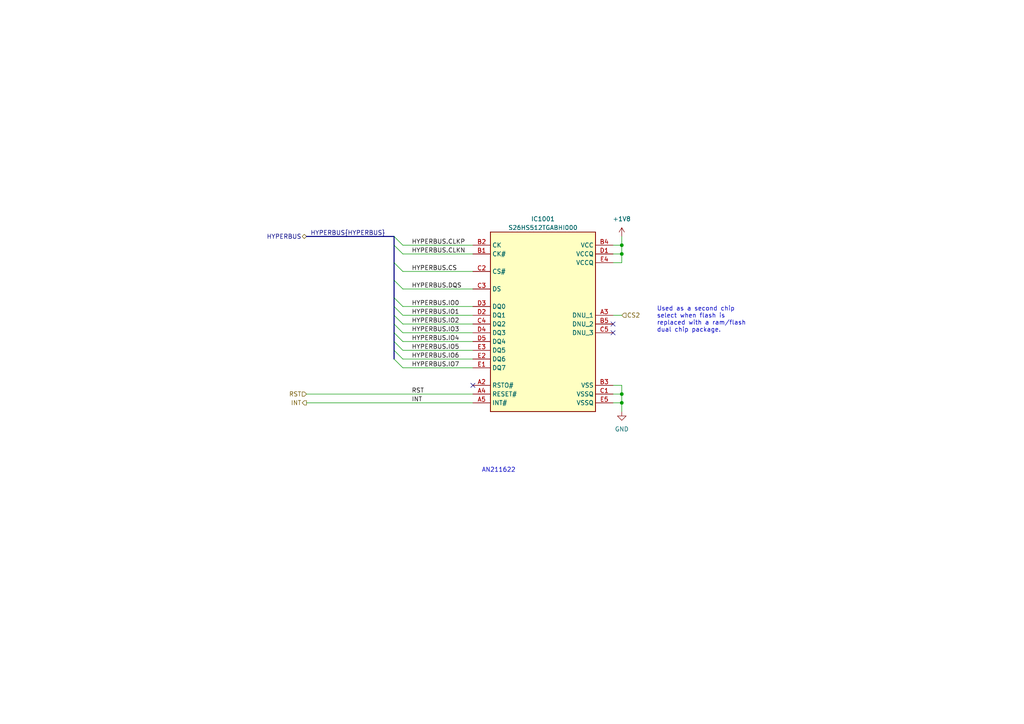
<source format=kicad_sch>
(kicad_sch (version 20230121) (generator eeschema)
  (paper "A4")
  (lib_symbols
    (symbol "S26HS512TGABHI000:S26HS512TGABHI000"
      (property "Reference" "IC" (at 0 31.75 0))
      (property "Value" "S26HS512TGABHI000" (at 0 29.21 0))
      (symbol "S26HS512TGABHI000_1_1"
        (rectangle (start -15.24 26.67) (end 15.24 -25.4) (stroke (width 0.254)) (fill (type background)))
        (pin passive line (at -20.32 -17.78 0) (length 5.08) (name "RSTO#") (number "A2"))
        (pin passive line (at 20.32 2.54 180) (length 5.08) (name "DNU_1") (number "A3"))
        (pin passive line (at -20.32 -20.32 0) (length 5.08) (name "RESET#") (number "A4"))
        (pin passive line (at -20.32 -22.86 0) (length 5.08) (name "INT#") (number "A5"))
        (pin passive line (at -20.32 20.32 0) (length 5.08) (name "CK#") (number "B1"))
        (pin passive line (at -20.32 22.86 0) (length 5.08) (name "CK") (number "B2"))
        (pin passive line (at 20.32 -17.78 180) (length 5.08) (name "VSS") (number "B3"))
        (pin passive line (at 20.32 22.86 180) (length 5.08) (name "VCC") (number "B4"))
        (pin passive line (at 20.32 0 180) (length 5.08) (name "DNU_2") (number "B5"))
        (pin passive line (at 20.32 -20.32 180) (length 5.08) (name "VSSQ") (number "C1"))
        (pin passive line (at -20.32 15.24 0) (length 5.08) (name "CS#") (number "C2"))
        (pin passive line (at -20.32 10.16 0) (length 5.08) (name "DS") (number "C3"))
        (pin passive line (at -20.32 0 0) (length 5.08) (name "DQ2") (number "C4"))
        (pin passive line (at 20.32 -2.54 180) (length 5.08) (name "DNU_3") (number "C5"))
        (pin passive line (at 20.32 20.32 180) (length 5.08) (name "VCCQ") (number "D1"))
        (pin passive line (at -20.32 2.54 0) (length 5.08) (name "DQ1") (number "D2"))
        (pin passive line (at -20.32 5.08 0) (length 5.08) (name "DQ0") (number "D3"))
        (pin passive line (at -20.32 -2.54 0) (length 5.08) (name "DQ3") (number "D4"))
        (pin passive line (at -20.32 -5.08 0) (length 5.08) (name "DQ4") (number "D5"))
        (pin passive line (at -20.32 -12.7 0) (length 5.08) (name "DQ7") (number "E1"))
        (pin passive line (at -20.32 -10.16 0) (length 5.08) (name "DQ6") (number "E2"))
        (pin passive line (at -20.32 -7.62 0) (length 5.08) (name "DQ5") (number "E3"))
        (pin passive line (at 20.32 17.78 180) (length 5.08) (name "VCCQ") (number "E4"))
        (pin passive line (at 20.32 -22.86 180) (length 5.08) (name "VSSQ") (number "E5"))
      )
    )
    (symbol "power:+1V8" (power) (pin_names (offset 0))
      (property "Value" "+1V8" (at 0 3.556 0))
      (symbol "+1V8_0_1"
        (polyline (pts (xy -0.762 1.27) (xy 0 2.54)))
        (polyline (pts (xy 0 0) (xy 0 2.54)))
        (polyline (pts (xy 0 2.54) (xy 0.762 1.27)))
      )
      (symbol "+1V8_1_1"
        (pin power_in line (at 0 0 90) (length 0) hide (name "+1V8") (number "1"))
      )
    )
    (symbol "power:GND" (power) (pin_names (offset 0))
      (property "Value" "GND" (at 0 -3.81 0))
      (symbol "GND_0_1"
        (polyline (pts (xy 0 0) (xy 0 -1.27) (xy 1.27 -1.27) (xy 0 -2.54) (xy -1.27 -1.27) (xy 0 -1.27)))
      )
      (symbol "GND_1_1"
        (pin power_in line (at 0 0 270) (length 0) hide (name "GND") (number "1"))
      )
    )
  )
  (junction (at 180.34 114.3))
  (junction (at 180.34 116.84))
  (junction (at 180.34 73.66))
  (junction (at 180.34 71.12))
  (no_connect (at 177.8 96.52))
  (no_connect (at 177.8 93.98))
  (no_connect (at 137.16 111.76))
  (bus_entry (at 114.3 71.12) (size 2.54 2.54))
  (bus_entry (at 114.3 86.36) (size 2.54 2.54))
  (bus_entry (at 114.3 81.28) (size 2.54 2.54))
  (bus_entry (at 114.3 99.06) (size 2.54 2.54))
  (bus_entry (at 114.3 91.44) (size 2.54 2.54))
  (bus_entry (at 114.3 88.9) (size 2.54 2.54))
  (bus_entry (at 114.3 76.2) (size 2.54 2.54))
  (bus_entry (at 114.3 104.14) (size 2.54 2.54))
  (bus_entry (at 114.3 93.98) (size 2.54 2.54))
  (bus_entry (at 114.3 68.58) (size 2.54 2.54))
  (bus_entry (at 114.3 96.52) (size 2.54 2.54))
  (bus_entry (at 114.3 101.6) (size 2.54 2.54))
  (wire (pts (xy 116.84 96.52) (xy 137.16 96.52)))
  (bus (pts (xy 114.3 81.28) (xy 114.3 86.36)))
  (wire (pts (xy 180.34 119.38) (xy 180.34 116.84)))
  (wire (pts (xy 137.16 78.74) (xy 116.84 78.74)))
  (bus (pts (xy 114.3 76.2) (xy 114.3 81.28)))
  (bus (pts (xy 114.3 86.36) (xy 114.3 88.9)))
  (bus (pts (xy 114.3 88.9) (xy 114.3 91.44)))
  (bus (pts (xy 114.3 99.06) (xy 114.3 101.6)))
  (wire (pts (xy 137.16 91.44) (xy 116.84 91.44)))
  (wire (pts (xy 116.84 88.9) (xy 137.16 88.9)))
  (wire (pts (xy 180.34 76.2) (xy 180.34 73.66)))
  (wire (pts (xy 137.16 73.66) (xy 116.84 73.66)))
  (bus (pts (xy 114.3 68.58) (xy 114.3 71.12)))
  (wire (pts (xy 137.16 104.14) (xy 116.84 104.14)))
  (wire (pts (xy 137.16 93.98) (xy 116.84 93.98)))
  (bus (pts (xy 114.3 93.98) (xy 114.3 96.52)))
  (wire (pts (xy 180.34 73.66) (xy 177.8 73.66)))
  (wire (pts (xy 180.34 68.58) (xy 180.34 71.12)))
  (bus (pts (xy 114.3 71.12) (xy 114.3 76.2)))
  (wire (pts (xy 180.34 111.76) (xy 177.8 111.76)))
  (wire (pts (xy 137.16 99.06) (xy 116.84 99.06)))
  (wire (pts (xy 180.34 71.12) (xy 177.8 71.12)))
  (wire (pts (xy 137.16 106.68) (xy 116.84 106.68)))
  (wire (pts (xy 180.34 114.3) (xy 177.8 114.3)))
  (bus (pts (xy 114.3 68.58) (xy 88.9 68.58)))
  (wire (pts (xy 180.34 116.84) (xy 177.8 116.84)))
  (wire (pts (xy 180.34 114.3) (xy 180.34 111.76)))
  (wire (pts (xy 137.16 101.6) (xy 116.84 101.6)))
  (wire (pts (xy 137.16 83.82) (xy 116.84 83.82)))
  (bus (pts (xy 114.3 96.52) (xy 114.3 99.06)))
  (bus (pts (xy 114.3 101.6) (xy 114.3 104.14)))
  (wire (pts (xy 180.34 73.66) (xy 180.34 71.12)))
  (bus (pts (xy 114.3 91.44) (xy 114.3 93.98)))
  (wire (pts (xy 180.34 76.2) (xy 177.8 76.2)))
  (wire (pts (xy 116.84 71.12) (xy 137.16 71.12)))
  (wire (pts (xy 177.8 91.44) (xy 180.34 91.44)))
  (wire (pts (xy 88.9 114.3) (xy 137.16 114.3)))
  (wire (pts (xy 88.9 116.84) (xy 137.16 116.84)))
  (wire (pts (xy 180.34 116.84) (xy 180.34 114.3)))
  (text "Used as a second chip\nselect when flash is\nreplaced with a ram/flash\ndual chip package." (at 190.5 96.52 0) (effects (font (size 1.27 1.27)) (justify left bottom)))
  (text "AN211622" (at 139.7 137.16 0) (effects (font (size 1.27 1.27)) (justify left bottom)))
  (label "HYPERBUS{HYPERBUS}" (at 111.76 68.58 180))
  (label "HYPERBUS.CLKN" (at 119.38 73.66 0))
  (label "HYPERBUS.IO1" (at 119.38 91.44 0))
  (label "HYPERBUS.CLKP" (at 119.38 71.12 0))
  (label "INT" (at 119.38 116.84 0))
  (label "HYPERBUS.IO2" (at 119.38 93.98 0))
  (label "HYPERBUS.IO6" (at 119.38 104.14 0))
  (label "HYPERBUS.DQS" (at 119.38 83.82 0))
  (label "HYPERBUS.IO5" (at 119.38 101.6 0))
  (label "HYPERBUS.CS" (at 119.38 78.74 0))
  (label "HYPERBUS.IO3" (at 119.38 96.52 0))
  (label "HYPERBUS.IO0" (at 119.38 88.9 0))
  (label "HYPERBUS.IO7" (at 119.38 106.68 0))
  (label "HYPERBUS.IO4" (at 119.38 99.06 0))
  (label "RST" (at 119.38 114.3 0))
  (hierarchical_label "HYPERBUS" (shape bidirectional) (at 88.9 68.58 180) (property "DSI" "DSI" (effects hide)))
  (hierarchical_label "CS2" (shape input) (at 180.34 91.44 0))
  (hierarchical_label "RST" (shape input) (at 88.9 114.3 180))
  (hierarchical_label "INT" (shape output) (at 88.9 116.84 180))
  (symbol (lib_id "power:GND") (at 180.34 119.38 0) (unit 1)
    (property "Reference" "#PWR01001" (effects hide))
    (property "Value" "GND" (at 180.34 124.46 0))
  )
  (symbol (lib_id "power:+1V8") (at 180.34 68.58 0) (unit 1)
    (property "Reference" "#PWR01002" (effects hide))
    (property "Value" "+1V8" (at 180.34 63.5 0))
  )
  (symbol (lib_id "S26HS512TGABHI000:S26HS512TGABHI000") (at 157.48 93.98 0) (unit 1)
    (property "Reference" "IC1001" (at 157.48 63.5 0))
    (property "Value" "S26HS512TGABHI000" (at 157.48 66.04 0))
    (property "Footprint" "watch_footprints:BGA24C100P5X5_600X800X100" (effects hide))
    (property "Datasheet" "https://www.mouser.co.uk/datasheet/2/196/Infineon_S26HS256T_S26HS512T_S26HS01GT_S26HL256T_S-3363909.pdf" (effects hide))
    (property "Height" "1" (effects hide))
    (property "Mouser Part Number" "727-S26HS512TGABHI00" (effects hide))
    (property "Manufacturer_Name" "Infineon" (effects hide))
  )
)
</source>
